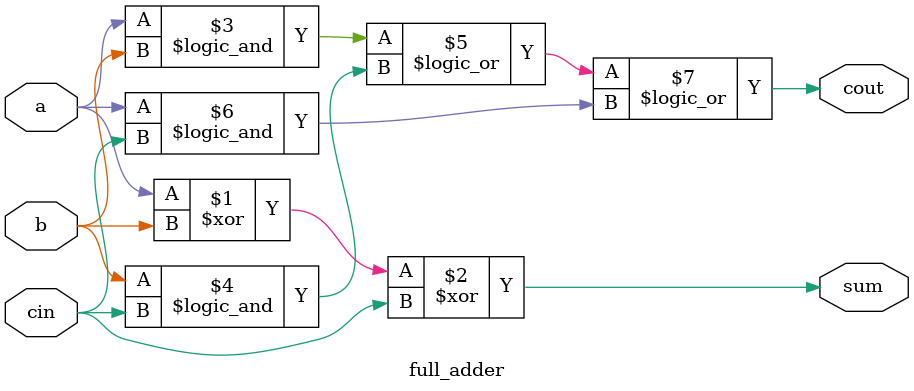
<source format=v>
`timescale 1ns / 1ps


module full_adder (
input a,
input b,
input cin,
output sum,
output cout);
assign sum = (a^b^cin);
assign cout = (a&&b)||(b&&cin)||(a&&cin);
endmodule
</source>
